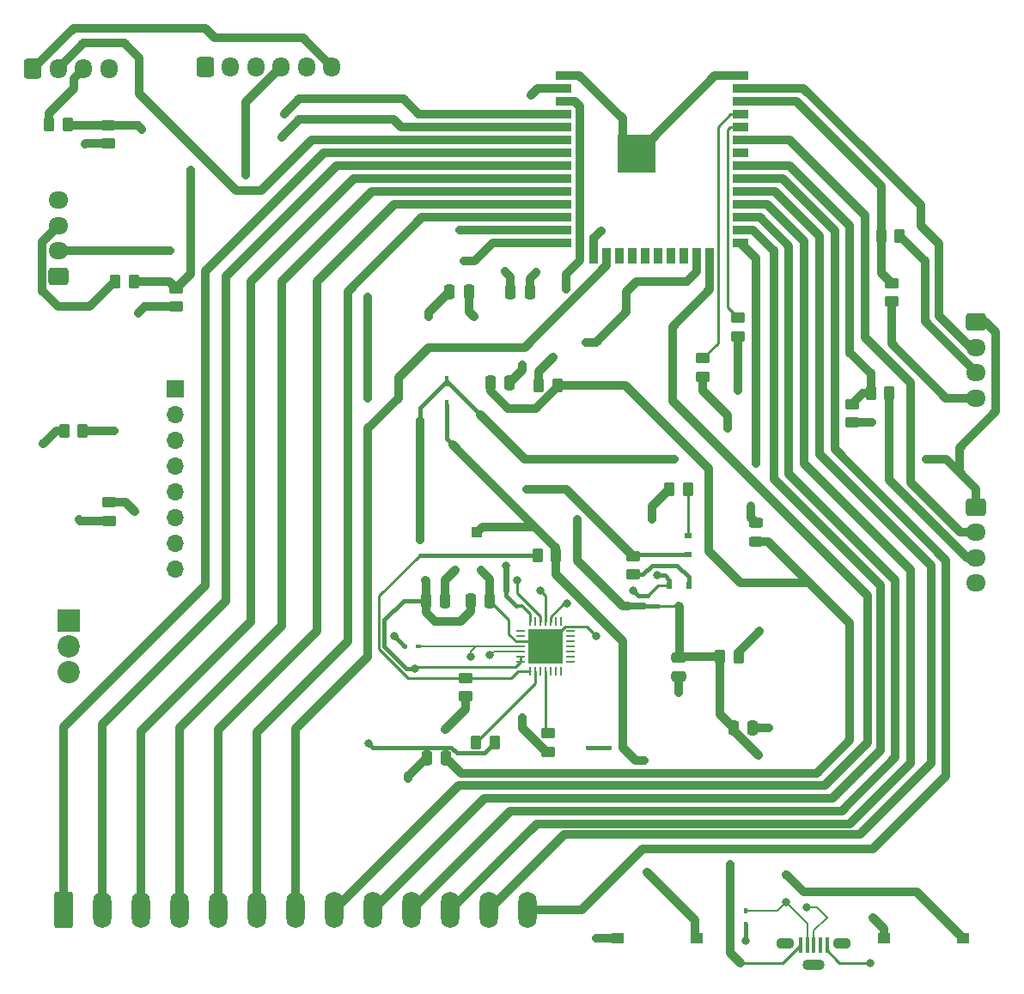
<source format=gtl>
G04 #@! TF.GenerationSoftware,KiCad,Pcbnew,8.0.8*
G04 #@! TF.CreationDate,2025-01-30T15:15:15-05:00*
G04 #@! TF.ProjectId,FORWARD-PCB,464f5257-4152-4442-9d50-43422e6b6963,rev?*
G04 #@! TF.SameCoordinates,Original*
G04 #@! TF.FileFunction,Copper,L1,Top*
G04 #@! TF.FilePolarity,Positive*
%FSLAX46Y46*%
G04 Gerber Fmt 4.6, Leading zero omitted, Abs format (unit mm)*
G04 Created by KiCad (PCBNEW 8.0.8) date 2025-01-30 15:15:15*
%MOMM*%
%LPD*%
G01*
G04 APERTURE LIST*
G04 Aperture macros list*
%AMRoundRect*
0 Rectangle with rounded corners*
0 $1 Rounding radius*
0 $2 $3 $4 $5 $6 $7 $8 $9 X,Y pos of 4 corners*
0 Add a 4 corners polygon primitive as box body*
4,1,4,$2,$3,$4,$5,$6,$7,$8,$9,$2,$3,0*
0 Add four circle primitives for the rounded corners*
1,1,$1+$1,$2,$3*
1,1,$1+$1,$4,$5*
1,1,$1+$1,$6,$7*
1,1,$1+$1,$8,$9*
0 Add four rect primitives between the rounded corners*
20,1,$1+$1,$2,$3,$4,$5,0*
20,1,$1+$1,$4,$5,$6,$7,0*
20,1,$1+$1,$6,$7,$8,$9,0*
20,1,$1+$1,$8,$9,$2,$3,0*%
G04 Aperture macros list end*
G04 #@! TA.AperFunction,ComponentPad*
%ADD10RoundRect,0.250000X0.725000X-0.600000X0.725000X0.600000X-0.725000X0.600000X-0.725000X-0.600000X0*%
G04 #@! TD*
G04 #@! TA.AperFunction,ComponentPad*
%ADD11O,1.950000X1.700000*%
G04 #@! TD*
G04 #@! TA.AperFunction,SMDPad,CuDef*
%ADD12R,0.450000X1.500000*%
G04 #@! TD*
G04 #@! TA.AperFunction,HeatsinkPad*
%ADD13O,1.800000X1.100000*%
G04 #@! TD*
G04 #@! TA.AperFunction,HeatsinkPad*
%ADD14O,2.200000X1.100000*%
G04 #@! TD*
G04 #@! TA.AperFunction,SMDPad,CuDef*
%ADD15RoundRect,0.250000X0.262500X0.450000X-0.262500X0.450000X-0.262500X-0.450000X0.262500X-0.450000X0*%
G04 #@! TD*
G04 #@! TA.AperFunction,SMDPad,CuDef*
%ADD16RoundRect,0.250000X-0.450000X0.262500X-0.450000X-0.262500X0.450000X-0.262500X0.450000X0.262500X0*%
G04 #@! TD*
G04 #@! TA.AperFunction,SMDPad,CuDef*
%ADD17R,1.000000X1.000000*%
G04 #@! TD*
G04 #@! TA.AperFunction,ComponentPad*
%ADD18RoundRect,0.250000X-0.600000X-0.725000X0.600000X-0.725000X0.600000X0.725000X-0.600000X0.725000X0*%
G04 #@! TD*
G04 #@! TA.AperFunction,ComponentPad*
%ADD19O,1.700000X1.950000*%
G04 #@! TD*
G04 #@! TA.AperFunction,SMDPad,CuDef*
%ADD20R,0.600000X0.800000*%
G04 #@! TD*
G04 #@! TA.AperFunction,SMDPad,CuDef*
%ADD21RoundRect,0.250000X-0.250000X-0.475000X0.250000X-0.475000X0.250000X0.475000X-0.250000X0.475000X0*%
G04 #@! TD*
G04 #@! TA.AperFunction,SMDPad,CuDef*
%ADD22RoundRect,0.250000X-0.475000X0.250000X-0.475000X-0.250000X0.475000X-0.250000X0.475000X0.250000X0*%
G04 #@! TD*
G04 #@! TA.AperFunction,SMDPad,CuDef*
%ADD23R,1.250000X1.000000*%
G04 #@! TD*
G04 #@! TA.AperFunction,ComponentPad*
%ADD24R,1.700000X1.700000*%
G04 #@! TD*
G04 #@! TA.AperFunction,ComponentPad*
%ADD25O,1.700000X1.700000*%
G04 #@! TD*
G04 #@! TA.AperFunction,SMDPad,CuDef*
%ADD26RoundRect,0.243750X-0.456250X0.243750X-0.456250X-0.243750X0.456250X-0.243750X0.456250X0.243750X0*%
G04 #@! TD*
G04 #@! TA.AperFunction,SMDPad,CuDef*
%ADD27RoundRect,0.250000X-0.262500X-0.450000X0.262500X-0.450000X0.262500X0.450000X-0.262500X0.450000X0*%
G04 #@! TD*
G04 #@! TA.AperFunction,ComponentPad*
%ADD28RoundRect,0.250000X-0.725000X0.600000X-0.725000X-0.600000X0.725000X-0.600000X0.725000X0.600000X0*%
G04 #@! TD*
G04 #@! TA.AperFunction,SMDPad,CuDef*
%ADD29R,0.800000X0.600000*%
G04 #@! TD*
G04 #@! TA.AperFunction,ComponentPad*
%ADD30RoundRect,0.250000X-0.650000X-1.550000X0.650000X-1.550000X0.650000X1.550000X-0.650000X1.550000X0*%
G04 #@! TD*
G04 #@! TA.AperFunction,ComponentPad*
%ADD31O,1.800000X3.600000*%
G04 #@! TD*
G04 #@! TA.AperFunction,ComponentPad*
%ADD32R,2.200000X2.200000*%
G04 #@! TD*
G04 #@! TA.AperFunction,ComponentPad*
%ADD33C,2.200000*%
G04 #@! TD*
G04 #@! TA.AperFunction,SMDPad,CuDef*
%ADD34RoundRect,0.250000X0.250000X0.475000X-0.250000X0.475000X-0.250000X-0.475000X0.250000X-0.475000X0*%
G04 #@! TD*
G04 #@! TA.AperFunction,SMDPad,CuDef*
%ADD35R,0.480000X0.400000*%
G04 #@! TD*
G04 #@! TA.AperFunction,SMDPad,CuDef*
%ADD36R,1.500000X0.900000*%
G04 #@! TD*
G04 #@! TA.AperFunction,SMDPad,CuDef*
%ADD37R,0.900000X1.500000*%
G04 #@! TD*
G04 #@! TA.AperFunction,SMDPad,CuDef*
%ADD38R,0.900000X0.900000*%
G04 #@! TD*
G04 #@! TA.AperFunction,HeatsinkPad*
%ADD39C,0.600000*%
G04 #@! TD*
G04 #@! TA.AperFunction,HeatsinkPad*
%ADD40R,3.800000X3.800000*%
G04 #@! TD*
G04 #@! TA.AperFunction,SMDPad,CuDef*
%ADD41R,0.460000X1.040000*%
G04 #@! TD*
G04 #@! TA.AperFunction,SMDPad,CuDef*
%ADD42R,0.400000X0.480000*%
G04 #@! TD*
G04 #@! TA.AperFunction,SMDPad,CuDef*
%ADD43RoundRect,0.062500X-0.337500X-0.062500X0.337500X-0.062500X0.337500X0.062500X-0.337500X0.062500X0*%
G04 #@! TD*
G04 #@! TA.AperFunction,SMDPad,CuDef*
%ADD44RoundRect,0.062500X-0.062500X-0.337500X0.062500X-0.337500X0.062500X0.337500X-0.062500X0.337500X0*%
G04 #@! TD*
G04 #@! TA.AperFunction,HeatsinkPad*
%ADD45R,3.350000X3.350000*%
G04 #@! TD*
G04 #@! TA.AperFunction,SMDPad,CuDef*
%ADD46RoundRect,0.250000X0.450000X-0.262500X0.450000X0.262500X-0.450000X0.262500X-0.450000X-0.262500X0*%
G04 #@! TD*
G04 #@! TA.AperFunction,ViaPad*
%ADD47C,0.800000*%
G04 #@! TD*
G04 #@! TA.AperFunction,ViaPad*
%ADD48C,0.400000*%
G04 #@! TD*
G04 #@! TA.AperFunction,Conductor*
%ADD49C,0.838200*%
G04 #@! TD*
G04 #@! TA.AperFunction,Conductor*
%ADD50C,0.250000*%
G04 #@! TD*
G04 #@! TA.AperFunction,Conductor*
%ADD51C,0.402000*%
G04 #@! TD*
G04 #@! TA.AperFunction,Conductor*
%ADD52C,0.400000*%
G04 #@! TD*
G04 #@! TA.AperFunction,Conductor*
%ADD53C,0.700000*%
G04 #@! TD*
G04 #@! TA.AperFunction,Conductor*
%ADD54C,0.200000*%
G04 #@! TD*
G04 #@! TA.AperFunction,Conductor*
%ADD55C,0.360000*%
G04 #@! TD*
G04 #@! TA.AperFunction,Conductor*
%ADD56C,0.605000*%
G04 #@! TD*
G04 APERTURE END LIST*
D10*
X105500000Y-76000000D03*
D11*
X105500000Y-73500000D03*
X105500000Y-71000000D03*
X105500000Y-68500000D03*
D12*
X178650000Y-142000000D03*
X179300000Y-142000000D03*
X179950000Y-142000000D03*
X180600000Y-142000000D03*
X181250000Y-142000000D03*
D13*
X177150000Y-141750000D03*
D14*
X179950000Y-143900000D03*
D13*
X182750000Y-141750000D03*
D15*
X107912500Y-91205000D03*
X106087500Y-91205000D03*
D16*
X187600000Y-76675000D03*
X187600000Y-78500000D03*
D17*
X146750000Y-101250000D03*
D18*
X119950000Y-55332500D03*
D19*
X122450000Y-55332500D03*
X124950000Y-55332500D03*
X127450000Y-55332500D03*
X129950000Y-55332500D03*
X132450000Y-55332500D03*
D20*
X167619740Y-106490000D03*
X165719740Y-106490000D03*
X166669740Y-108510000D03*
D21*
X172050000Y-120500000D03*
X173950000Y-120500000D03*
D22*
X166619740Y-113600000D03*
X166619740Y-115500000D03*
D23*
X186875000Y-141250000D03*
X194625000Y-141250000D03*
D24*
X117000000Y-87125000D03*
D25*
X117000000Y-89665000D03*
X117000000Y-92205000D03*
X117000000Y-94745000D03*
X117000000Y-97285000D03*
X117000000Y-99825000D03*
X117000000Y-102365000D03*
X117000000Y-104905000D03*
D16*
X153750000Y-121087500D03*
X153750000Y-122912500D03*
D26*
X174250000Y-100312500D03*
X174250000Y-102187500D03*
D16*
X117062500Y-77175000D03*
X117062500Y-79000000D03*
D21*
X141719740Y-108000000D03*
X143619740Y-108000000D03*
D27*
X152837500Y-86750000D03*
X154662500Y-86750000D03*
D16*
X162119740Y-103587500D03*
X162119740Y-105412500D03*
D27*
X146675000Y-122000000D03*
X148500000Y-122000000D03*
D28*
X195967500Y-80500000D03*
D11*
X195967500Y-83000000D03*
X195967500Y-85500000D03*
X195967500Y-88000000D03*
D21*
X146119740Y-108000000D03*
X148019740Y-108000000D03*
D29*
X167599740Y-101560000D03*
X167599740Y-103460000D03*
X169619740Y-102510000D03*
D27*
X165707240Y-97000000D03*
X167532240Y-97000000D03*
D23*
X160625000Y-141250000D03*
X168375000Y-141250000D03*
D15*
X188412500Y-72000000D03*
X186587500Y-72000000D03*
D30*
X106020000Y-138500000D03*
D31*
X109830000Y-138500000D03*
X113640000Y-138500000D03*
X117450000Y-138500000D03*
X121260000Y-138500000D03*
X125070000Y-138500000D03*
X128880000Y-138500000D03*
X132690000Y-138500000D03*
X136500000Y-138500000D03*
X140310000Y-138500000D03*
X144120000Y-138500000D03*
X147930000Y-138500000D03*
X151740000Y-138500000D03*
D27*
X104587500Y-61000000D03*
X106412500Y-61000000D03*
D15*
X172532240Y-113500000D03*
X170707240Y-113500000D03*
D21*
X150050000Y-77500000D03*
X151950000Y-77500000D03*
D32*
X106500000Y-109960000D03*
D33*
X106500000Y-112500000D03*
X106500000Y-115040000D03*
D16*
X169000000Y-84087500D03*
X169000000Y-85912500D03*
X172500000Y-80087500D03*
X172500000Y-81912500D03*
D34*
X143700000Y-123500000D03*
X141800000Y-123500000D03*
D35*
X161119740Y-122500000D03*
X159799740Y-122500000D03*
D36*
X155250000Y-56180000D03*
X155250000Y-57450000D03*
X155250000Y-58720000D03*
X155250000Y-59990000D03*
X155250000Y-61260000D03*
X155250000Y-62530000D03*
X155250000Y-63800000D03*
X155250000Y-65070000D03*
X155250000Y-66340000D03*
X155250000Y-67610000D03*
X155250000Y-68880000D03*
X155250000Y-70150000D03*
X155250000Y-71420000D03*
X155250000Y-72690000D03*
D37*
X158290000Y-73940000D03*
X159560000Y-73940000D03*
X160830000Y-73940000D03*
X162100000Y-73940000D03*
X163370000Y-73940000D03*
X164640000Y-73940000D03*
X165910000Y-73940000D03*
X167180000Y-73940000D03*
X168450000Y-73940000D03*
X169720000Y-73940000D03*
D36*
X172750000Y-72690000D03*
X172750000Y-71420000D03*
X172750000Y-70150000D03*
X172750000Y-68880000D03*
X172750000Y-67610000D03*
X172750000Y-66340000D03*
X172750000Y-65070000D03*
X172750000Y-63800000D03*
X172750000Y-62530000D03*
X172750000Y-61260000D03*
X172750000Y-59990000D03*
X172750000Y-58720000D03*
X172750000Y-57450000D03*
X172750000Y-56180000D03*
D38*
X161100000Y-62500000D03*
D39*
X161100000Y-63200000D03*
D38*
X161100000Y-63900000D03*
D39*
X161100000Y-64600000D03*
D38*
X161100000Y-65300000D03*
D39*
X161800000Y-62500000D03*
X161800000Y-63900000D03*
X161800000Y-65300000D03*
X162475000Y-63200000D03*
X162475000Y-64600000D03*
D38*
X162500000Y-62500000D03*
X162500000Y-63900000D03*
D40*
X162500000Y-63900000D03*
D38*
X162500000Y-65300000D03*
D39*
X163200000Y-62500000D03*
X163200000Y-63900000D03*
X163200000Y-65300000D03*
D38*
X163900000Y-62500000D03*
D39*
X163900000Y-63200000D03*
D38*
X163900000Y-63900000D03*
D39*
X163900000Y-64600000D03*
D38*
X163900000Y-65300000D03*
D15*
X154532240Y-103500000D03*
X152707240Y-103500000D03*
D16*
X110412500Y-61087500D03*
X110412500Y-62912500D03*
D41*
X143750000Y-88690000D03*
X143750000Y-86310000D03*
D42*
X173250000Y-138590000D03*
X173250000Y-139910000D03*
D35*
X140939740Y-112500000D03*
X139619740Y-112500000D03*
D27*
X111087500Y-76500000D03*
X112912500Y-76500000D03*
D18*
X103000000Y-55500000D03*
D19*
X105500000Y-55500000D03*
X108000000Y-55500000D03*
X110500000Y-55500000D03*
D34*
X145950000Y-77500000D03*
X144050000Y-77500000D03*
D16*
X183700000Y-88587500D03*
X183700000Y-90412500D03*
D43*
X151049740Y-111000000D03*
X151049740Y-111500000D03*
X151049740Y-112000000D03*
X151049740Y-112500000D03*
X151049740Y-113000000D03*
X151049740Y-113500000D03*
X151049740Y-114000000D03*
D44*
X151999740Y-114950000D03*
X152499740Y-114950000D03*
X152999740Y-114950000D03*
X153499740Y-114950000D03*
X153999740Y-114950000D03*
X154499740Y-114950000D03*
X154999740Y-114950000D03*
D43*
X155949740Y-114000000D03*
X155949740Y-113500000D03*
X155949740Y-113000000D03*
X155949740Y-112500000D03*
X155949740Y-112000000D03*
X155949740Y-111500000D03*
X155949740Y-111000000D03*
D44*
X154999740Y-110050000D03*
X154499740Y-110050000D03*
X153999740Y-110050000D03*
X153499740Y-110050000D03*
X152999740Y-110050000D03*
X152499740Y-110050000D03*
X151999740Y-110050000D03*
D45*
X153499740Y-112500000D03*
D46*
X145619740Y-117412500D03*
X145619740Y-115587500D03*
D16*
X110500000Y-98292500D03*
X110500000Y-100117500D03*
D28*
X195967500Y-98750000D03*
D11*
X195967500Y-101250000D03*
X195967500Y-103750000D03*
X195967500Y-106250000D03*
D21*
X148050000Y-86500000D03*
X149950000Y-86500000D03*
D15*
X187412500Y-87500000D03*
X185587500Y-87500000D03*
D47*
X142000000Y-80000000D03*
X143619740Y-120700000D03*
X152600000Y-75600000D03*
X166619740Y-117100000D03*
X185750000Y-139250000D03*
X147119740Y-105000000D03*
X158500000Y-141250000D03*
X138619740Y-111500000D03*
X158500000Y-111500000D03*
X185700000Y-90412500D03*
X151250000Y-119500000D03*
X185500000Y-143750000D03*
X175500000Y-120500000D03*
D48*
X157619740Y-122500000D03*
D47*
X151250000Y-84750000D03*
X159000000Y-71500000D03*
X144619740Y-105000000D03*
X140000000Y-125500000D03*
X108162500Y-62967500D03*
X173250000Y-141500000D03*
X113362500Y-79642500D03*
X174500000Y-123250000D03*
X156619740Y-100000000D03*
X155500000Y-77300000D03*
X177250000Y-135000000D03*
X174602455Y-110948427D03*
X146500000Y-80000000D03*
X107500000Y-100000000D03*
X149500000Y-75500000D03*
X104000000Y-92500000D03*
X152100000Y-58100000D03*
X154250000Y-84000000D03*
X141619740Y-106000000D03*
X191000000Y-94000000D03*
X140619740Y-114700000D03*
X166250000Y-94000000D03*
X136059870Y-122059870D03*
X141119740Y-102000000D03*
X163250000Y-123750000D03*
X171750000Y-134000000D03*
X148035435Y-113382684D03*
X177250000Y-137750000D03*
X179250000Y-138250000D03*
X146119740Y-113500000D03*
X136000000Y-78000000D03*
X113000000Y-99205000D03*
X124000000Y-66000000D03*
X145500000Y-74500000D03*
X136000000Y-88000000D03*
X111000000Y-91205000D03*
X145080000Y-71420000D03*
X164500000Y-105500000D03*
X155619740Y-108300000D03*
X162119740Y-107000000D03*
X164000000Y-100000000D03*
X149619740Y-104500000D03*
X151619740Y-97000000D03*
X113750000Y-61500000D03*
X127750000Y-60000000D03*
X171500000Y-91000000D03*
X153000000Y-107000000D03*
X172500000Y-87250000D03*
X150750000Y-106000000D03*
X163500000Y-134750000D03*
X148000000Y-125000000D03*
X127500000Y-62250000D03*
X118500000Y-65500000D03*
X116500000Y-73500000D03*
X157500000Y-82500000D03*
X173779980Y-98640228D03*
X174250000Y-94500000D03*
D49*
X151250000Y-120536020D02*
X153626480Y-122912500D01*
X158500000Y-141250000D02*
X160625000Y-141250000D01*
D50*
X153500000Y-112500000D02*
X153499740Y-112500000D01*
X181250000Y-142000000D02*
X181250000Y-142500000D01*
D49*
X158290000Y-72210000D02*
X159000000Y-71500000D01*
D51*
X173250000Y-139910000D02*
X173250000Y-141500000D01*
D50*
X157550000Y-110550000D02*
X155450000Y-110550000D01*
D49*
X117062500Y-79000000D02*
X114005000Y-79000000D01*
X175500000Y-120500000D02*
X173920000Y-120500000D01*
X158290000Y-73940000D02*
X158290000Y-72210000D01*
X153626480Y-122912500D02*
X153750000Y-122912500D01*
X151250000Y-85200000D02*
X151250000Y-84750000D01*
X144050000Y-77500000D02*
X142000000Y-79550000D01*
X144619740Y-105000000D02*
X143619740Y-106000000D01*
X151950000Y-76250000D02*
X151950000Y-77500000D01*
X142000000Y-79550000D02*
X142000000Y-80000000D01*
X152600000Y-75600000D02*
X151950000Y-76250000D01*
X166619740Y-117100000D02*
X166619740Y-115500000D01*
D52*
X143619740Y-108000000D02*
X143619740Y-108500000D01*
D50*
X182250000Y-143500000D02*
X182500000Y-143750000D01*
D49*
X155250000Y-56180000D02*
X156838200Y-56180000D01*
D50*
X155450000Y-110550000D02*
X153500000Y-112500000D01*
D49*
X193000000Y-88000000D02*
X195967500Y-88000000D01*
X170220000Y-56180000D02*
X163900000Y-62500000D01*
D50*
X151049740Y-112000000D02*
X152999740Y-112000000D01*
D52*
X138619740Y-111500000D02*
X139619740Y-112500000D01*
D49*
X186875000Y-140375000D02*
X185750000Y-139250000D01*
D50*
X149869740Y-109850000D02*
X148019740Y-108000000D01*
D49*
X187600000Y-82600000D02*
X193000000Y-88000000D01*
X143619740Y-106000000D02*
X143619740Y-108000000D01*
X186875000Y-141250000D02*
X186875000Y-140375000D01*
X145619740Y-117412500D02*
X145619740Y-118700000D01*
X183700000Y-90412500D02*
X185700000Y-90412500D01*
X108217500Y-62912500D02*
X108162500Y-62967500D01*
X147119740Y-105000000D02*
X148019740Y-105900000D01*
X172750000Y-56180000D02*
X170220000Y-56180000D01*
X148019740Y-105900000D02*
X148019740Y-108000000D01*
X145619740Y-118700000D02*
X143619740Y-120700000D01*
X140000000Y-125500000D02*
X140000000Y-125300000D01*
X110412500Y-62912500D02*
X108217500Y-62912500D01*
D50*
X182500000Y-143750000D02*
X185500000Y-143750000D01*
X158500000Y-111500000D02*
X157550000Y-110550000D01*
X152999740Y-112000000D02*
X153499740Y-112500000D01*
X149869740Y-111269740D02*
X149869740Y-109850000D01*
D49*
X140000000Y-125300000D02*
X141800000Y-123500000D01*
X149950000Y-86500000D02*
X151250000Y-85200000D01*
X187600000Y-78500000D02*
X187600000Y-82600000D01*
X161100000Y-60441800D02*
X161100000Y-62500000D01*
D51*
X159799740Y-122500000D02*
X157619740Y-122500000D01*
D49*
X151250000Y-119500000D02*
X151250000Y-120536020D01*
X114005000Y-79000000D02*
X113362500Y-79642500D01*
D50*
X151049740Y-112000000D02*
X150600000Y-112000000D01*
X150600000Y-112000000D02*
X149869740Y-111269740D01*
X181250000Y-142500000D02*
X182250000Y-143500000D01*
D49*
X156838200Y-56180000D02*
X161100000Y-60441800D01*
X170707240Y-113500000D02*
X170707240Y-119157240D01*
X166719740Y-113500000D02*
X166719740Y-108560000D01*
X166719740Y-113500000D02*
X166619740Y-113600000D01*
D50*
X166719740Y-113500000D02*
X166669740Y-113550000D01*
D49*
X177250000Y-135000000D02*
X179000000Y-136750000D01*
D50*
X161139740Y-108500000D02*
X161619740Y-108500000D01*
D49*
X161139740Y-108500000D02*
X161119740Y-108500000D01*
X172050000Y-120800000D02*
X174500000Y-123250000D01*
D53*
X163119740Y-108500000D02*
X161619740Y-108500000D01*
D49*
X166719740Y-108560000D02*
X166669740Y-108510000D01*
D50*
X161129740Y-108510000D02*
X161139740Y-108500000D01*
X166669740Y-108510000D02*
X164629740Y-108510000D01*
D49*
X161119740Y-108500000D02*
X156619740Y-104000000D01*
D50*
X164629740Y-108510000D02*
X164619740Y-108500000D01*
D49*
X170707240Y-119157240D02*
X172050000Y-120500000D01*
X179000000Y-136750000D02*
X190125000Y-136750000D01*
X161619740Y-108500000D02*
X161139740Y-108500000D01*
D50*
X166669740Y-113550000D02*
X166619740Y-113600000D01*
D49*
X170707240Y-113500000D02*
X166719740Y-113500000D01*
D52*
X164619740Y-108500000D02*
X163119740Y-108500000D01*
D49*
X172050000Y-120500000D02*
X172050000Y-120800000D01*
D50*
X170707740Y-113500000D02*
X170707240Y-113500000D01*
D49*
X155500000Y-77300000D02*
X155500000Y-75800000D01*
X156619740Y-104000000D02*
X156619740Y-100000000D01*
X156900000Y-74400000D02*
X156900000Y-59201800D01*
X155500000Y-75800000D02*
X156900000Y-74400000D01*
X156418200Y-58720000D02*
X155250000Y-58720000D01*
X156900000Y-59201800D02*
X156418200Y-58720000D01*
X190125000Y-136750000D02*
X194625000Y-141250000D01*
X183500000Y-130000000D02*
X189500000Y-124000000D01*
X189500000Y-105000000D02*
X179000000Y-94500000D01*
X175380000Y-68880000D02*
X172750000Y-68880000D01*
X179000000Y-94500000D02*
X179000000Y-72500000D01*
X179000000Y-72500000D02*
X175380000Y-68880000D01*
X189500000Y-124000000D02*
X189500000Y-105000000D01*
X144120000Y-138500000D02*
X152620000Y-130000000D01*
X152620000Y-130000000D02*
X183500000Y-130000000D01*
X172532240Y-113500000D02*
X172532240Y-113087500D01*
X152750000Y-57450000D02*
X152100000Y-58100000D01*
X150050000Y-76050000D02*
X150050000Y-77500000D01*
X152837500Y-85412500D02*
X154250000Y-84000000D01*
X107617500Y-100117500D02*
X110500000Y-100117500D01*
X107500000Y-100000000D02*
X107617500Y-100117500D01*
X152837500Y-86750000D02*
X152837500Y-85412500D01*
X172532240Y-113087500D02*
X174619740Y-111000000D01*
X105295000Y-91205000D02*
X106087500Y-91205000D01*
X104000000Y-92500000D02*
X105295000Y-91205000D01*
X145950000Y-77500000D02*
X145950000Y-79450000D01*
X155250000Y-57450000D02*
X152750000Y-57450000D01*
X145950000Y-79450000D02*
X146500000Y-80000000D01*
X149500000Y-75500000D02*
X150050000Y-76050000D01*
D50*
X151049740Y-113500000D02*
X151049740Y-114000000D01*
D51*
X147095000Y-89655000D02*
X143750000Y-86310000D01*
D50*
X140819740Y-114500000D02*
X140619740Y-114700000D01*
D51*
X144770100Y-123025000D02*
X147475000Y-123025000D01*
D52*
X137619740Y-109880260D02*
X137619740Y-112500000D01*
D49*
X193000000Y-94000000D02*
X191000000Y-94000000D01*
X141719740Y-106100000D02*
X141619740Y-106000000D01*
X194300000Y-92900000D02*
X194300000Y-95300000D01*
D50*
X151049740Y-114000000D02*
X150549740Y-114500000D01*
D49*
X141719740Y-108000000D02*
X141719740Y-109100000D01*
X166250000Y-94000000D02*
X151440000Y-94000000D01*
X103000000Y-55500000D02*
X107000000Y-51500000D01*
X195967500Y-80500000D02*
X196900000Y-80500000D01*
D50*
X140619740Y-114700000D02*
X140419740Y-114700000D01*
D51*
X147475000Y-123025000D02*
X148500000Y-122000000D01*
D50*
X150549740Y-114500000D02*
X140819740Y-114500000D01*
D49*
X141119740Y-90250000D02*
X141119740Y-102000000D01*
D52*
X141719740Y-108000000D02*
X139500000Y-108000000D01*
D49*
X195967500Y-96967500D02*
X195967500Y-98750000D01*
X151440000Y-94000000D02*
X147095000Y-89655000D01*
X141719740Y-108000000D02*
X141719740Y-106100000D01*
X197900000Y-89300000D02*
X194300000Y-92900000D01*
X196900000Y-80500000D02*
X197900000Y-81500000D01*
X197900000Y-81500000D02*
X197900000Y-89300000D01*
X146119740Y-109000000D02*
X146119740Y-108000000D01*
X142619740Y-110000000D02*
X145119740Y-110000000D01*
D52*
X139819740Y-114700000D02*
X140419740Y-114700000D01*
D49*
X120950000Y-52500000D02*
X129617500Y-52500000D01*
X194300000Y-95300000D02*
X194500000Y-95500000D01*
D51*
X136059870Y-122059870D02*
X136450000Y-122450000D01*
D49*
X107000000Y-51500000D02*
X119950000Y-51500000D01*
D51*
X136450000Y-122450000D02*
X144195100Y-122450000D01*
X143750000Y-86310000D02*
X141119740Y-88940260D01*
X144195100Y-122450000D02*
X144770100Y-123025000D01*
D49*
X141719740Y-109100000D02*
X142619740Y-110000000D01*
X194300000Y-95300000D02*
X193000000Y-94000000D01*
X119950000Y-51500000D02*
X120950000Y-52500000D01*
X194500000Y-95500000D02*
X195967500Y-96967500D01*
D52*
X137619740Y-112500000D02*
X139819740Y-114700000D01*
D49*
X145119740Y-110000000D02*
X146119740Y-109000000D01*
D51*
X141119740Y-88940260D02*
X141119740Y-90250000D01*
D49*
X129617500Y-52500000D02*
X132450000Y-55332500D01*
D52*
X139500000Y-108000000D02*
X137619740Y-109880260D01*
D49*
X172750000Y-143750000D02*
X171750000Y-142750000D01*
X162369740Y-123750000D02*
X161119740Y-122500000D01*
D51*
X143750000Y-92018260D02*
X143750000Y-88690000D01*
X144365870Y-92634130D02*
X143750000Y-92018260D01*
D49*
X154531740Y-105412000D02*
X161119740Y-112000000D01*
X161119740Y-112000000D02*
X161119740Y-122500000D01*
X152425740Y-100694000D02*
X154531740Y-102800000D01*
X147306000Y-100694000D02*
X152425740Y-100694000D01*
X152425740Y-100694000D02*
X144365870Y-92634130D01*
D50*
X172750000Y-143750000D02*
X176900000Y-143750000D01*
D49*
X171750000Y-142750000D02*
X171750000Y-134000000D01*
X146750000Y-101250000D02*
X147306000Y-100694000D01*
X163250000Y-123750000D02*
X162369740Y-123750000D01*
X154531740Y-102800000D02*
X154531740Y-105412000D01*
D50*
X176900000Y-143750000D02*
X178650000Y-142000000D01*
D54*
X148419740Y-113000000D02*
X151049740Y-113000000D01*
X179300000Y-139800000D02*
X179300000Y-142000000D01*
X177250000Y-137750000D02*
X179300000Y-139800000D01*
X173250000Y-138590000D02*
X176410000Y-138590000D01*
X148019740Y-113400000D02*
X148419740Y-113000000D01*
X176410000Y-138590000D02*
X177250000Y-137750000D01*
X146119740Y-113000000D02*
X146619740Y-112500000D01*
X140939740Y-112500000D02*
X151049740Y-112500000D01*
X179950000Y-140550000D02*
X179950000Y-142000000D01*
X181250000Y-139250000D02*
X179950000Y-140550000D01*
X146619740Y-112500000D02*
X151049740Y-112500000D01*
X146119740Y-113400000D02*
X146119740Y-113500000D01*
X179250000Y-138250000D02*
X180250000Y-138250000D01*
X180250000Y-138250000D02*
X181250000Y-139250000D01*
X146119740Y-113500000D02*
X146119740Y-113000000D01*
D49*
X113000000Y-99205000D02*
X112087500Y-98292500D01*
X155250000Y-72690000D02*
X148310000Y-72690000D01*
X124000000Y-58782500D02*
X127450000Y-55332500D01*
X124000000Y-66000000D02*
X124000000Y-58782500D01*
X112087500Y-98292500D02*
X110500000Y-98292500D01*
X148310000Y-72690000D02*
X146500000Y-74500000D01*
X136000000Y-88000000D02*
X136000000Y-78000000D01*
X146500000Y-74500000D02*
X145500000Y-74500000D01*
X155250000Y-71420000D02*
X145080000Y-71420000D01*
X111000000Y-91205000D02*
X107912500Y-91205000D01*
D52*
X162119740Y-105412500D02*
X163087500Y-105412500D01*
X164000000Y-104500000D02*
X166500000Y-104500000D01*
X163087500Y-105412500D02*
X164000000Y-104500000D01*
D50*
X167619740Y-106490000D02*
X167619740Y-106390000D01*
D52*
X166500000Y-104500000D02*
X167619740Y-105619740D01*
X167619740Y-105619740D02*
X167619740Y-106490000D01*
D49*
X164000000Y-98707240D02*
X165707240Y-97000000D01*
D51*
X165719740Y-106490000D02*
X165719740Y-105969740D01*
X165250000Y-105500000D02*
X164500000Y-105500000D01*
D50*
X155619740Y-108300000D02*
X155299740Y-108300000D01*
X164629740Y-106490000D02*
X165719740Y-106490000D01*
D52*
X162619740Y-107500000D02*
X162119740Y-107000000D01*
X163619740Y-107500000D02*
X162619740Y-107500000D01*
D49*
X164000000Y-100000000D02*
X164000000Y-98707240D01*
D51*
X165719740Y-105969740D02*
X165250000Y-105500000D01*
D50*
X155299740Y-108300000D02*
X153999740Y-109600000D01*
X153999740Y-109600000D02*
X153999740Y-110050000D01*
X163619740Y-107500000D02*
X164629740Y-106490000D01*
X167599740Y-97068000D02*
X167531740Y-97000000D01*
X167599740Y-101560000D02*
X167599740Y-97068000D01*
X151183344Y-108500000D02*
X151999740Y-109316396D01*
X151999740Y-109316396D02*
X151999740Y-110050000D01*
X162247740Y-103460000D02*
X162119740Y-103588000D01*
D49*
X162119740Y-103587500D02*
X155532240Y-97000000D01*
D55*
X150619740Y-108500000D02*
X151183344Y-108500000D01*
D51*
X149619740Y-107500000D02*
X150619740Y-108500000D01*
D52*
X167599740Y-103460000D02*
X162247740Y-103460000D01*
D56*
X149619740Y-104500000D02*
X149619740Y-107000000D01*
D49*
X155532240Y-97000000D02*
X151619740Y-97000000D01*
D51*
X149619740Y-107000000D02*
X149619740Y-107500000D01*
D49*
X108000000Y-55500000D02*
X107000000Y-56500000D01*
X104587500Y-59912500D02*
X104587500Y-61000000D01*
X107000000Y-56500000D02*
X107000000Y-57500000D01*
X107000000Y-57500000D02*
X104587500Y-59912500D01*
X140990000Y-59990000D02*
X139500000Y-58500000D01*
X106500000Y-61087500D02*
X106412500Y-61000000D01*
X155250000Y-59990000D02*
X140990000Y-59990000D01*
X113337500Y-61087500D02*
X113750000Y-61500000D01*
X129250000Y-58500000D02*
X139500000Y-58500000D01*
X110412500Y-61087500D02*
X113337500Y-61087500D01*
X110412500Y-61087500D02*
X106500000Y-61087500D01*
X127750000Y-60000000D02*
X129250000Y-58500000D01*
X195077150Y-103750000D02*
X187412500Y-96085350D01*
X195967500Y-103750000D02*
X195077150Y-103750000D01*
X187412500Y-96085350D02*
X187412500Y-87500000D01*
X185588000Y-85587500D02*
X185587500Y-85588000D01*
X178500000Y-66000000D02*
X177570000Y-65070000D01*
X183500000Y-83500000D02*
X185588000Y-85587500D01*
X177570000Y-65070000D02*
X172750000Y-65070000D01*
X183500000Y-83500000D02*
X183500000Y-71000000D01*
X183500000Y-71000000D02*
X178500000Y-66000000D01*
X185587500Y-85588000D02*
X185587500Y-87500000D01*
X184787500Y-87500000D02*
X183700000Y-88587500D01*
X185587500Y-87500000D02*
X184787500Y-87500000D01*
X195967500Y-85500000D02*
X190900000Y-80432500D01*
X190900000Y-74487500D02*
X188412500Y-72000000D01*
X190900000Y-80432500D02*
X190900000Y-74487500D01*
X178220000Y-58720000D02*
X179000000Y-59500000D01*
X186588000Y-75662500D02*
X187600000Y-76675000D01*
X179000500Y-59500000D02*
X186588000Y-67087500D01*
X172750000Y-58720000D02*
X178220000Y-58720000D01*
X186588000Y-67087500D02*
X186588000Y-75662500D01*
X179000000Y-59500000D02*
X179000500Y-59500000D01*
D50*
X153499740Y-114950000D02*
X153499740Y-120837240D01*
X153499740Y-120837240D02*
X153750000Y-121087500D01*
X137094740Y-107525000D02*
X137094740Y-112717462D01*
X152707740Y-103500000D02*
X152707240Y-103500000D01*
X137094740Y-112717462D02*
X139964778Y-115587500D01*
X150800000Y-114950000D02*
X151999740Y-114950000D01*
D51*
X141119740Y-103500000D02*
X152707240Y-103500000D01*
D50*
X150162500Y-115587500D02*
X150800000Y-114950000D01*
X139964778Y-115587500D02*
X145619740Y-115587500D01*
X141119740Y-103500000D02*
X137094740Y-107525000D01*
X145619740Y-115587500D02*
X150162500Y-115587500D01*
X170500000Y-82587500D02*
X169000000Y-84087500D01*
X172750000Y-59990000D02*
X171750000Y-59990000D01*
X170500000Y-61240000D02*
X170500000Y-82587500D01*
X171750000Y-59990000D02*
X170500000Y-61240000D01*
X153000000Y-107000000D02*
X153499740Y-107499740D01*
X153499740Y-107499740D02*
X153499740Y-110050000D01*
D49*
X169000000Y-87250000D02*
X169000000Y-85912500D01*
X171500000Y-91000000D02*
X171500000Y-89750000D01*
X171500000Y-89750000D02*
X169000000Y-87250000D01*
D50*
X172750000Y-61260000D02*
X171750000Y-61260000D01*
X171475000Y-79062500D02*
X172500000Y-80087500D01*
X171750000Y-61260000D02*
X171475000Y-61535000D01*
X171475000Y-61535000D02*
X171475000Y-79062500D01*
X150750000Y-107266656D02*
X152999740Y-109516396D01*
X150750000Y-106000000D02*
X150750000Y-107266656D01*
X152999740Y-109516396D02*
X152999740Y-110050000D01*
D49*
X172500000Y-81912500D02*
X172500000Y-87250000D01*
X155250000Y-62530000D02*
X130470000Y-62530000D01*
X130470000Y-62530000D02*
X125500000Y-67500000D01*
X123000000Y-67500000D02*
X113500000Y-58000000D01*
X125500000Y-67500000D02*
X123000000Y-67500000D01*
X108000000Y-53000000D02*
X112000000Y-53000000D01*
X113500000Y-58000000D02*
X113500000Y-54500000D01*
X105500000Y-55500000D02*
X108000000Y-53000000D01*
X113500000Y-54500000D02*
X112000000Y-53000000D01*
X189461800Y-96307500D02*
X189461800Y-86461800D01*
X194404300Y-101250000D02*
X189461800Y-96307500D01*
X185000000Y-70000000D02*
X179500000Y-64500000D01*
X177530000Y-62530000D02*
X172750000Y-62530000D01*
X195967500Y-101250000D02*
X194404300Y-101250000D01*
X189461800Y-86461800D02*
X185000000Y-82000000D01*
X185000000Y-82000000D02*
X185000000Y-70000000D01*
X179500000Y-64500000D02*
X177530000Y-62530000D01*
X172750000Y-57450000D02*
X178950000Y-57450000D01*
X190500000Y-69000000D02*
X184500000Y-63000000D01*
X192300000Y-79900000D02*
X192300000Y-72800000D01*
X195967500Y-83000000D02*
X195400000Y-83000000D01*
X195400000Y-83000000D02*
X192300000Y-79900000D01*
X178950000Y-57450000D02*
X185250000Y-63750000D01*
X190500000Y-71000000D02*
X190500000Y-69000000D01*
X192300000Y-72800000D02*
X190500000Y-71000000D01*
X174650000Y-70150000D02*
X172750000Y-70150000D01*
X188000000Y-123436474D02*
X188000000Y-106000000D01*
X150060000Y-128750000D02*
X182686474Y-128750000D01*
X140310000Y-138500000D02*
X150060000Y-128750000D01*
X177500000Y-73000000D02*
X174650000Y-70150000D01*
X177500000Y-95500000D02*
X177500000Y-73000000D01*
X188000000Y-106000000D02*
X177500000Y-95500000D01*
X182686474Y-128750000D02*
X188000000Y-123436474D01*
X182000000Y-71500000D02*
X176840000Y-66340000D01*
X182000000Y-93000000D02*
X182000000Y-71500000D01*
X193000000Y-125250000D02*
X193000000Y-104000000D01*
X185750000Y-132500000D02*
X193000000Y-125250000D01*
X176840000Y-66340000D02*
X172750000Y-66340000D01*
X157076400Y-138500000D02*
X163076400Y-132500000D01*
X193000000Y-104000000D02*
X182000000Y-93000000D01*
X151740000Y-138500000D02*
X157076400Y-138500000D01*
X163076400Y-132500000D02*
X185750000Y-132500000D01*
X176110000Y-67610000D02*
X172750000Y-67610000D01*
X180500000Y-93500000D02*
X180500000Y-72000000D01*
X155391800Y-131038200D02*
X184461800Y-131038200D01*
X191500000Y-104500000D02*
X180500000Y-93500000D01*
X147930000Y-138500000D02*
X155391800Y-131038200D01*
X191500000Y-124000000D02*
X191500000Y-104500000D01*
X180500000Y-72000000D02*
X176110000Y-67610000D01*
X184461800Y-131038200D02*
X191500000Y-124000000D01*
X125070000Y-138500000D02*
X125070000Y-120930000D01*
X134000000Y-77500000D02*
X141350000Y-70150000D01*
X134000000Y-112000000D02*
X134000000Y-77500000D01*
X125070000Y-120930000D02*
X134000000Y-112000000D01*
X141350000Y-70150000D02*
X155250000Y-70150000D01*
X155250000Y-65070000D02*
X132930000Y-65070000D01*
X122000000Y-108000000D02*
X109830000Y-120170000D01*
X109830000Y-120170000D02*
X109830000Y-138500000D01*
X132930000Y-65070000D02*
X122000000Y-76000000D01*
X122000000Y-76000000D02*
X122000000Y-108000000D01*
D50*
X146675000Y-122000000D02*
X152499740Y-116175260D01*
X152499740Y-116175260D02*
X152499740Y-114950000D01*
D49*
X131000000Y-111000000D02*
X131000000Y-76500000D01*
X131000000Y-76500000D02*
X138620000Y-68880000D01*
X121260000Y-120740000D02*
X131000000Y-111000000D01*
X138620000Y-68880000D02*
X155250000Y-68880000D01*
X121260000Y-138500000D02*
X121260000Y-120740000D01*
X155250000Y-63800000D02*
X131700000Y-63800000D01*
X120000000Y-75500000D02*
X120000000Y-106500000D01*
X120000000Y-106500000D02*
X106020000Y-120480000D01*
X131700000Y-63800000D02*
X120000000Y-75500000D01*
X106020000Y-120480000D02*
X106020000Y-138500000D01*
X136000000Y-91000000D02*
X139000000Y-88000000D01*
X151500000Y-83000000D02*
X159560000Y-74940000D01*
X128880000Y-120620000D02*
X136000000Y-113500000D01*
X128880000Y-138500000D02*
X128880000Y-120620000D01*
X142000000Y-83000000D02*
X151500000Y-83000000D01*
X139000000Y-88000000D02*
X139000000Y-86000000D01*
X159560000Y-74940000D02*
X159560000Y-73940000D01*
X139000000Y-86000000D02*
X142000000Y-83000000D01*
X136000000Y-113500000D02*
X136000000Y-91000000D01*
X113640000Y-138500000D02*
X113640000Y-120860000D01*
X134660000Y-66340000D02*
X155250000Y-66340000D01*
X124500000Y-110000000D02*
X124500000Y-76500000D01*
X113640000Y-120860000D02*
X124500000Y-110000000D01*
X124500000Y-76500000D02*
X134660000Y-66340000D01*
X176000000Y-73501800D02*
X173918200Y-71420000D01*
X181750000Y-127500000D02*
X186500000Y-122750000D01*
X176000000Y-96000000D02*
X176000000Y-73501800D01*
X136500000Y-138500000D02*
X147500000Y-127500000D01*
X173918200Y-71420000D02*
X172750000Y-71420000D01*
X186500000Y-122750000D02*
X186500000Y-106500000D01*
X147500000Y-127500000D02*
X181750000Y-127500000D01*
X186500000Y-106500000D02*
X176000000Y-96000000D01*
X136390000Y-67610000D02*
X155250000Y-67610000D01*
X117450000Y-120550000D02*
X127500000Y-110500000D01*
X117450000Y-138500000D02*
X117450000Y-120550000D01*
X127500000Y-76500000D02*
X136390000Y-67610000D01*
X127500000Y-110500000D02*
X127500000Y-76500000D01*
X148050000Y-86500000D02*
X148050000Y-87225000D01*
X154662500Y-86873520D02*
X154662500Y-86750000D01*
X175437500Y-102187500D02*
X179500000Y-106250000D01*
X163500000Y-134750000D02*
X168250000Y-139500000D01*
X169559870Y-94940130D02*
X161369740Y-86750000D01*
X174250000Y-102187500D02*
X175437500Y-102187500D01*
X148050000Y-87225000D02*
X149825000Y-89000000D01*
X145200000Y-125000000D02*
X180250000Y-125000000D01*
X179500000Y-106250000D02*
X172750000Y-106250000D01*
X180250000Y-125000000D02*
X183500000Y-121750000D01*
X172750000Y-106250000D02*
X169619740Y-103119740D01*
X143700000Y-123500000D02*
X145200000Y-125000000D01*
X183500000Y-110250000D02*
X179500000Y-106250000D01*
X152536020Y-89000000D02*
X154662500Y-86873520D01*
X169619740Y-103119740D02*
X169619740Y-102510000D01*
X169619740Y-95000000D02*
X169559870Y-94940130D01*
X168250000Y-139500000D02*
X168250000Y-141125000D01*
X169619740Y-102510000D02*
X169619740Y-95000000D01*
X183500000Y-121750000D02*
X183500000Y-110250000D01*
X149825000Y-89000000D02*
X152536020Y-89000000D01*
X161369740Y-86750000D02*
X154662500Y-86750000D01*
X181000000Y-126250000D02*
X185250000Y-122000000D01*
X132690000Y-138500000D02*
X144940000Y-126250000D01*
X169720000Y-77280000D02*
X169720000Y-73940000D01*
X166000000Y-81000000D02*
X169720000Y-77280000D01*
X166000000Y-88250000D02*
X166000000Y-81000000D01*
X185250000Y-107500000D02*
X166000000Y-88250000D01*
X144940000Y-126250000D02*
X181000000Y-126250000D01*
X185250000Y-122000000D02*
X185250000Y-107500000D01*
X105500000Y-79000000D02*
X103905900Y-77405900D01*
X103905900Y-72594100D02*
X105500000Y-71000000D01*
X108587500Y-79000000D02*
X105500000Y-79000000D01*
X111087500Y-76500000D02*
X108587500Y-79000000D01*
X103905900Y-77405900D02*
X103905900Y-72594100D01*
X139260000Y-61260000D02*
X138500000Y-60500000D01*
X155250000Y-61260000D02*
X139260000Y-61260000D01*
X116387500Y-76500000D02*
X117062500Y-77175000D01*
X118500000Y-75737500D02*
X118500000Y-65500000D01*
X129250000Y-60500000D02*
X138500000Y-60500000D01*
X112912500Y-76500000D02*
X116387500Y-76500000D01*
X117062500Y-77175000D02*
X118500000Y-75737500D01*
X127500000Y-62250000D02*
X129250000Y-60500000D01*
X158500000Y-82500000D02*
X157500000Y-82500000D01*
X161500000Y-79500000D02*
X158500000Y-82500000D01*
X167478000Y-76500000D02*
X162500000Y-76500000D01*
X168450000Y-75528200D02*
X167478000Y-76500000D01*
X168450000Y-73940000D02*
X168450000Y-75528200D01*
X116500000Y-73500000D02*
X105500000Y-73500000D01*
X162500000Y-76500000D02*
X161500000Y-77500000D01*
X161500000Y-77500000D02*
X161500000Y-79500000D01*
X174250000Y-100312500D02*
X173750000Y-99812500D01*
X174250000Y-74190000D02*
X172750000Y-72690000D01*
X173750000Y-99812500D02*
X173750000Y-98750000D01*
X174250000Y-94500000D02*
X174250000Y-74190000D01*
M02*

</source>
